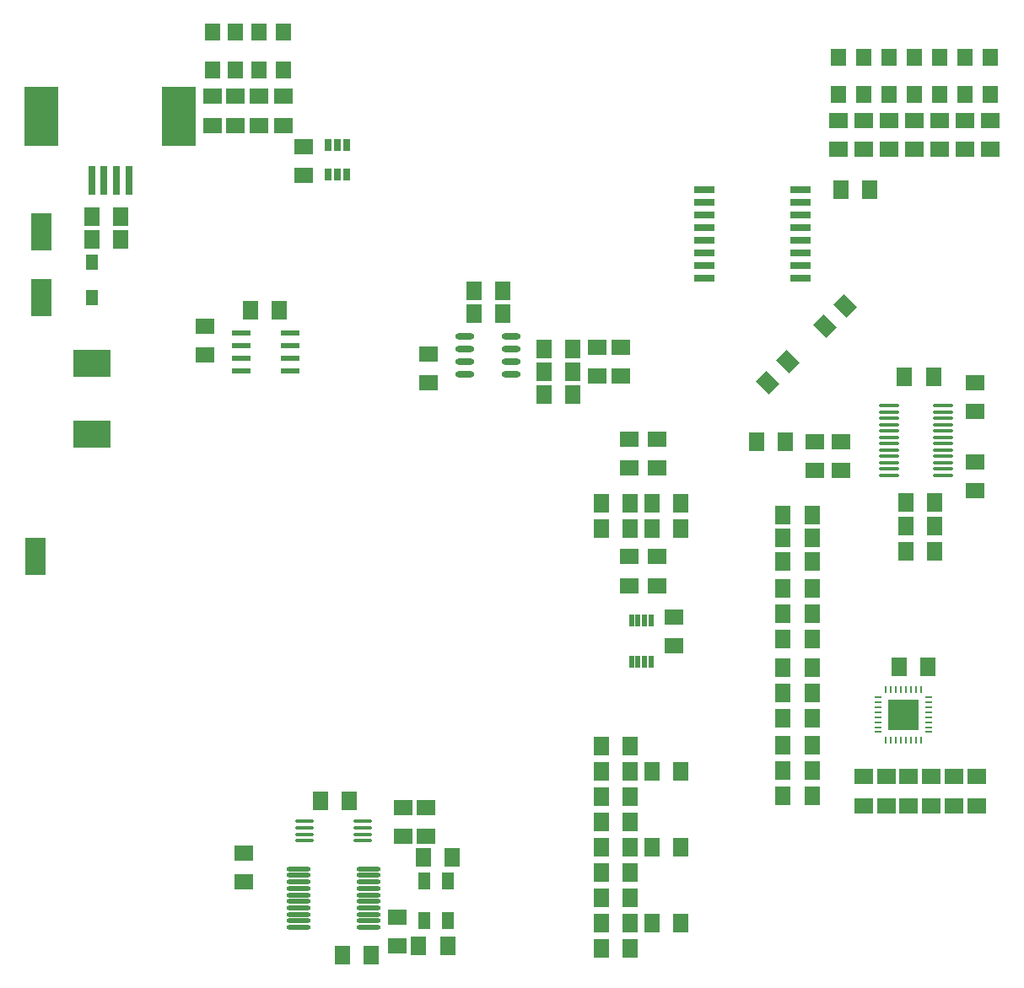
<source format=gtp>
G04*
G04 #@! TF.GenerationSoftware,Altium Limited,Altium Designer,19.1.6 (110)*
G04*
G04 Layer_Color=8421504*
%FSLAX25Y25*%
%MOIN*%
G70*
G01*
G75*
%ADD18O,0.07874X0.01575*%
%ADD19R,0.07480X0.05906*%
%ADD20R,0.05906X0.07480*%
G04:AMPARAMS|DCode=21|XSize=59.06mil|YSize=74.8mil|CornerRadius=0mil|HoleSize=0mil|Usage=FLASHONLY|Rotation=45.000|XOffset=0mil|YOffset=0mil|HoleType=Round|Shape=Rectangle|*
%AMROTATEDRECTD21*
4,1,4,0.00557,-0.04733,-0.04733,0.00557,-0.00557,0.04733,0.04733,-0.00557,0.00557,-0.04733,0.0*
%
%ADD21ROTATEDRECTD21*%

G04:AMPARAMS|DCode=22|XSize=17.72mil|YSize=49.21mil|CornerRadius=1.95mil|HoleSize=0mil|Usage=FLASHONLY|Rotation=0.000|XOffset=0mil|YOffset=0mil|HoleType=Round|Shape=RoundedRectangle|*
%AMROUNDEDRECTD22*
21,1,0.01772,0.04532,0,0,0.0*
21,1,0.01382,0.04921,0,0,0.0*
1,1,0.00390,0.00691,-0.02266*
1,1,0.00390,-0.00691,-0.02266*
1,1,0.00390,-0.00691,0.02266*
1,1,0.00390,0.00691,0.02266*
%
%ADD22ROUNDEDRECTD22*%
%ADD23R,0.05906X0.06890*%
G04:AMPARAMS|DCode=24|XSize=25.59mil|YSize=47.24mil|CornerRadius=1.92mil|HoleSize=0mil|Usage=FLASHONLY|Rotation=180.000|XOffset=0mil|YOffset=0mil|HoleType=Round|Shape=RoundedRectangle|*
%AMROUNDEDRECTD24*
21,1,0.02559,0.04341,0,0,180.0*
21,1,0.02175,0.04724,0,0,180.0*
1,1,0.00384,-0.01088,0.02170*
1,1,0.00384,0.01088,0.02170*
1,1,0.00384,0.01088,-0.02170*
1,1,0.00384,-0.01088,-0.02170*
%
%ADD24ROUNDEDRECTD24*%
G04:AMPARAMS|DCode=25|XSize=25.59mil|YSize=82.68mil|CornerRadius=1.92mil|HoleSize=0mil|Usage=FLASHONLY|Rotation=90.000|XOffset=0mil|YOffset=0mil|HoleType=Round|Shape=RoundedRectangle|*
%AMROUNDEDRECTD25*
21,1,0.02559,0.07884,0,0,90.0*
21,1,0.02175,0.08268,0,0,90.0*
1,1,0.00384,0.03942,0.01088*
1,1,0.00384,0.03942,-0.01088*
1,1,0.00384,-0.03942,-0.01088*
1,1,0.00384,-0.03942,0.01088*
%
%ADD25ROUNDEDRECTD25*%
%ADD26R,0.07795X0.02087*%
%ADD27O,0.09449X0.01772*%
%ADD28O,0.07480X0.02362*%
%ADD29O,0.07874X0.01378*%
%ADD30R,0.04724X0.07087*%
%ADD31O,0.03150X0.00787*%
%ADD32O,0.00787X0.03150*%
%ADD33R,0.12205X0.12205*%
%ADD34R,0.07992X0.14961*%
%ADD35R,0.04724X0.06299*%
%ADD36R,0.15000X0.11000*%
%ADD37R,0.02756X0.11811*%
%ADD38R,0.13386X0.23779*%
D18*
X241130Y-165250D02*
D03*
Y-162750D02*
D03*
Y-160250D02*
D03*
Y-157750D02*
D03*
Y-155250D02*
D03*
Y-152750D02*
D03*
Y-150250D02*
D03*
Y-147750D02*
D03*
Y-145250D02*
D03*
Y-142750D02*
D03*
Y-140250D02*
D03*
Y-137750D02*
D03*
X219870Y-165250D02*
D03*
Y-162750D02*
D03*
Y-160250D02*
D03*
Y-157750D02*
D03*
Y-155250D02*
D03*
Y-152750D02*
D03*
Y-150250D02*
D03*
Y-147750D02*
D03*
Y-145250D02*
D03*
Y-142750D02*
D03*
Y-140250D02*
D03*
Y-137750D02*
D03*
D19*
X227500Y-295917D02*
D03*
Y-284500D02*
D03*
X236500Y-295917D02*
D03*
Y-284500D02*
D03*
X38000Y-117291D02*
D03*
Y-128709D02*
D03*
X25500Y-340000D02*
D03*
Y-351417D02*
D03*
X114000Y-114791D02*
D03*
Y-126209D02*
D03*
X254000Y-160083D02*
D03*
Y-171500D02*
D03*
X201000Y-163417D02*
D03*
Y-152000D02*
D03*
X-11500Y-46709D02*
D03*
Y-35291D02*
D03*
X135000Y-221291D02*
D03*
Y-232709D02*
D03*
X117299Y-151083D02*
D03*
Y-162500D02*
D03*
Y-208917D02*
D03*
Y-197500D02*
D03*
X128299D02*
D03*
Y-208917D02*
D03*
Y-162500D02*
D03*
Y-151083D02*
D03*
X220000Y-36417D02*
D03*
Y-25000D02*
D03*
X260000Y-36417D02*
D03*
Y-25000D02*
D03*
X210000Y-36417D02*
D03*
Y-25000D02*
D03*
X250000Y-36417D02*
D03*
Y-25000D02*
D03*
X-29000Y-26917D02*
D03*
Y-15500D02*
D03*
X-19500Y-26917D02*
D03*
Y-15500D02*
D03*
X200000Y-36417D02*
D03*
Y-25000D02*
D03*
X240000Y-36417D02*
D03*
Y-25000D02*
D03*
X-50500Y-117709D02*
D03*
Y-106291D02*
D03*
X230000Y-36417D02*
D03*
Y-25000D02*
D03*
X254000Y-128583D02*
D03*
Y-140000D02*
D03*
X28000Y-308000D02*
D03*
Y-296583D02*
D03*
X-47500Y-15500D02*
D03*
Y-26917D02*
D03*
X-35000Y-326000D02*
D03*
Y-314583D02*
D03*
X190500Y-163417D02*
D03*
Y-152000D02*
D03*
X37000Y-296583D02*
D03*
Y-308000D02*
D03*
X-38500Y-26917D02*
D03*
Y-15500D02*
D03*
X104500Y-114791D02*
D03*
X104500Y-126209D02*
D03*
X219000Y-295917D02*
D03*
Y-284500D02*
D03*
X245500Y-295917D02*
D03*
Y-284500D02*
D03*
X210000D02*
D03*
Y-295917D02*
D03*
X254500Y-284500D02*
D03*
Y-295917D02*
D03*
D20*
X223791Y-241000D02*
D03*
X235209D02*
D03*
X178083Y-292000D02*
D03*
X189500D02*
D03*
X178083Y-261500D02*
D03*
X189500D02*
D03*
X178083Y-210000D02*
D03*
X189500D02*
D03*
X178083Y-199500D02*
D03*
X189500D02*
D03*
X36000Y-316500D02*
D03*
X47417D02*
D03*
X45500Y-351500D02*
D03*
X34083D02*
D03*
X6709Y-294000D02*
D03*
X-4709D02*
D03*
X226083Y-126500D02*
D03*
X237500D02*
D03*
X55791Y-101500D02*
D03*
X67209D02*
D03*
X226583Y-185500D02*
D03*
X238000D02*
D03*
X83500Y-133500D02*
D03*
X94917D02*
D03*
X212209Y-52500D02*
D03*
X200791D02*
D03*
X-21083Y-100000D02*
D03*
X-32500D02*
D03*
X137716Y-176500D02*
D03*
X126299D02*
D03*
X117717D02*
D03*
X106299D02*
D03*
X137716Y-186500D02*
D03*
X126299D02*
D03*
X117717D02*
D03*
X106299D02*
D03*
X137716Y-342500D02*
D03*
X126299D02*
D03*
X117717Y-332500D02*
D03*
X106299D02*
D03*
X137716Y-312500D02*
D03*
X126299D02*
D03*
X117717D02*
D03*
X106299D02*
D03*
X137716Y-282500D02*
D03*
X126299D02*
D03*
X117717Y-292500D02*
D03*
X106299D02*
D03*
X117717Y-272500D02*
D03*
X106299D02*
D03*
X117717Y-302500D02*
D03*
X106299D02*
D03*
X117717Y-352500D02*
D03*
X106299D02*
D03*
X117717Y-282500D02*
D03*
X106299D02*
D03*
X117717Y-322500D02*
D03*
X106299D02*
D03*
X117717Y-342500D02*
D03*
X106299D02*
D03*
X167583Y-152000D02*
D03*
X179000D02*
D03*
X15209Y-355000D02*
D03*
X3791D02*
D03*
X94917Y-124500D02*
D03*
X83500D02*
D03*
X226500Y-176000D02*
D03*
X237917D02*
D03*
X94917Y-115500D02*
D03*
X83500D02*
D03*
X67209Y-92500D02*
D03*
X55791D02*
D03*
X238000Y-195500D02*
D03*
X226583D02*
D03*
X178083Y-272000D02*
D03*
X189500D02*
D03*
X178083Y-241500D02*
D03*
X189500Y-241500D02*
D03*
X178083Y-230000D02*
D03*
X189500D02*
D03*
X178083Y-181000D02*
D03*
X189500D02*
D03*
X-95000Y-63000D02*
D03*
X-83583Y-63000D02*
D03*
X-95000Y-72000D02*
D03*
X-83583D02*
D03*
X189500Y-282000D02*
D03*
X178083D02*
D03*
X189500Y-251500D02*
D03*
X178083Y-251500D02*
D03*
X189500Y-220000D02*
D03*
X178083D02*
D03*
X189500Y-190000D02*
D03*
X178083D02*
D03*
D21*
X180000Y-120500D02*
D03*
X171927Y-128573D02*
D03*
X194500Y-106500D02*
D03*
X202573Y-98427D02*
D03*
D22*
X125839Y-222831D02*
D03*
X123280D02*
D03*
X120721D02*
D03*
X118161D02*
D03*
X125839Y-239169D02*
D03*
X123280D02*
D03*
X120721D02*
D03*
X118161D02*
D03*
D23*
X220000Y0D02*
D03*
Y-14764D02*
D03*
X260000Y0D02*
D03*
Y-14764D02*
D03*
X210000Y0D02*
D03*
Y-14764D02*
D03*
X250000Y0D02*
D03*
Y-14764D02*
D03*
X-29000Y9882D02*
D03*
Y-4882D02*
D03*
X-19500Y9882D02*
D03*
Y-4882D02*
D03*
X200000Y0D02*
D03*
Y-14764D02*
D03*
X240000Y0D02*
D03*
Y-14764D02*
D03*
X230000Y0D02*
D03*
Y-14764D02*
D03*
X-38500Y9882D02*
D03*
Y-4882D02*
D03*
X-47500Y-4882D02*
D03*
Y9882D02*
D03*
D24*
X-1740Y-46307D02*
D03*
X2000D02*
D03*
X5740D02*
D03*
Y-34693D02*
D03*
X2000Y-34693D02*
D03*
X-1740Y-34693D02*
D03*
D25*
X146906Y-52500D02*
D03*
Y-57500D02*
D03*
Y-62500D02*
D03*
Y-67500D02*
D03*
Y-72500D02*
D03*
Y-77500D02*
D03*
Y-82500D02*
D03*
Y-87500D02*
D03*
X185094Y-52500D02*
D03*
Y-57500D02*
D03*
Y-62500D02*
D03*
Y-67500D02*
D03*
Y-72500D02*
D03*
Y-77500D02*
D03*
Y-82500D02*
D03*
Y-87500D02*
D03*
D26*
X-36205Y-109000D02*
D03*
Y-114000D02*
D03*
Y-119000D02*
D03*
Y-124000D02*
D03*
X-16795Y-109000D02*
D03*
Y-114000D02*
D03*
Y-119000D02*
D03*
Y-124000D02*
D03*
D27*
X14279Y-344016D02*
D03*
Y-341457D02*
D03*
Y-338898D02*
D03*
Y-336339D02*
D03*
Y-333780D02*
D03*
Y-331221D02*
D03*
Y-328661D02*
D03*
Y-326102D02*
D03*
Y-323543D02*
D03*
Y-320984D02*
D03*
X-13280Y-344016D02*
D03*
Y-341457D02*
D03*
Y-338898D02*
D03*
Y-336339D02*
D03*
Y-333780D02*
D03*
Y-331221D02*
D03*
Y-328661D02*
D03*
Y-326102D02*
D03*
Y-323543D02*
D03*
Y-320984D02*
D03*
D28*
X52248Y-110500D02*
D03*
Y-115500D02*
D03*
Y-120500D02*
D03*
Y-125500D02*
D03*
X70752Y-110500D02*
D03*
Y-115500D02*
D03*
Y-120500D02*
D03*
Y-125500D02*
D03*
D29*
X11917Y-309839D02*
D03*
Y-307279D02*
D03*
Y-304720D02*
D03*
Y-302161D02*
D03*
X-10917Y-309839D02*
D03*
Y-307279D02*
D03*
Y-304720D02*
D03*
Y-302161D02*
D03*
D30*
X45724Y-341374D02*
D03*
Y-325626D02*
D03*
X36276D02*
D03*
Y-341374D02*
D03*
D31*
X215539Y-253071D02*
D03*
Y-255039D02*
D03*
Y-257008D02*
D03*
Y-258976D02*
D03*
Y-260945D02*
D03*
Y-262913D02*
D03*
Y-264882D02*
D03*
Y-266850D02*
D03*
X235618D02*
D03*
Y-264882D02*
D03*
Y-262913D02*
D03*
Y-260945D02*
D03*
Y-258976D02*
D03*
Y-257008D02*
D03*
Y-255039D02*
D03*
Y-253071D02*
D03*
D32*
X218689Y-270000D02*
D03*
X220657D02*
D03*
X222626D02*
D03*
X224594D02*
D03*
X226563D02*
D03*
X228532D02*
D03*
X230500D02*
D03*
X232469D02*
D03*
Y-249921D02*
D03*
X230500D02*
D03*
X228532D02*
D03*
X226563D02*
D03*
X224594D02*
D03*
X222626D02*
D03*
X220657D02*
D03*
X218689D02*
D03*
D33*
X225579Y-259961D02*
D03*
D34*
X-115000Y-95000D02*
D03*
X-117500Y-197500D02*
D03*
X-115000Y-69000D02*
D03*
D35*
X-95000Y-81000D02*
D03*
Y-95173D02*
D03*
D36*
Y-121000D02*
D03*
Y-149098D02*
D03*
D37*
X-95189Y-48559D02*
D03*
X-90268Y-48559D02*
D03*
X-85386D02*
D03*
X-80465D02*
D03*
D38*
X-60583Y-23283D02*
D03*
X-115071Y-23283D02*
D03*
M02*

</source>
